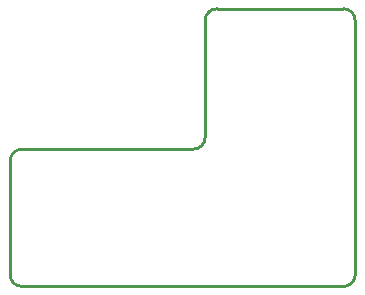
<source format=gbr>
%TF.GenerationSoftware,KiCad,Pcbnew,7.0.6*%
%TF.CreationDate,2024-04-06T17:48:28-04:00*%
%TF.ProjectId,rearbox_peripheral_io_side,72656172-626f-4785-9f70-657269706865,rev?*%
%TF.SameCoordinates,Original*%
%TF.FileFunction,Profile,NP*%
%FSLAX46Y46*%
G04 Gerber Fmt 4.6, Leading zero omitted, Abs format (unit mm)*
G04 Created by KiCad (PCBNEW 7.0.6) date 2024-04-06 17:48:28*
%MOMM*%
%LPD*%
G01*
G04 APERTURE LIST*
%TA.AperFunction,Profile*%
%ADD10C,0.250000*%
%TD*%
G04 APERTURE END LIST*
D10*
X100466400Y-63195200D02*
G75*
G03*
X99466400Y-64195200I0J-1000000D01*
G01*
X112166400Y-64195200D02*
G75*
G03*
X111166400Y-63195200I-1000000J0D01*
G01*
X98466400Y-75082400D02*
G75*
G03*
X99466400Y-74082400I0J1000000D01*
G01*
X99466400Y-74082400D02*
X99466400Y-64195200D01*
X111166400Y-86715600D02*
G75*
G03*
X112166400Y-85715600I0J1000000D01*
G01*
X111166400Y-86715600D02*
X83956400Y-86715600D01*
X98466400Y-75082400D02*
X83956400Y-75082400D01*
X111166400Y-63195200D02*
X100466400Y-63195200D01*
X83956400Y-75082400D02*
G75*
G03*
X82956400Y-76082400I0J-1000000D01*
G01*
X82956400Y-76082400D02*
X82956400Y-85715600D01*
X82956400Y-85715600D02*
G75*
G03*
X83956400Y-86715600I1000000J0D01*
G01*
X112166400Y-64195200D02*
X112166400Y-85715600D01*
M02*

</source>
